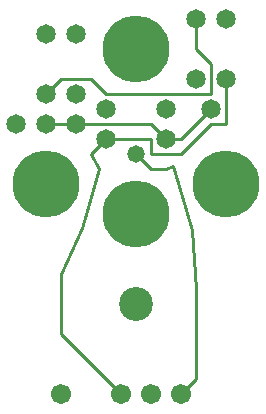
<source format=gbl>
%MOIN*%
%FSLAX25Y25*%
G04 D10 used for Character Trace; *
G04     Circle (OD=.01000) (No hole)*
G04 D11 used for Power Trace; *
G04     Circle (OD=.06700) (No hole)*
G04 D12 used for Signal Trace; *
G04     Circle (OD=.01100) (No hole)*
G04 D13 used for Via; *
G04     Circle (OD=.05800) (Round. Hole ID=.02800)*
G04 D14 used for Component hole; *
G04     Circle (OD=.06500) (Round. Hole ID=.03500)*
G04 D15 used for Component hole; *
G04     Circle (OD=.06700) (Round. Hole ID=.04300)*
G04 D16 used for Component hole; *
G04     Circle (OD=.08100) (Round. Hole ID=.05100)*
G04 D17 used for Component hole; *
G04     Circle (OD=.08900) (Round. Hole ID=.05900)*
G04 D18 used for Component hole; *
G04     Circle (OD=.11300) (Round. Hole ID=.08300)*
G04 D19 used for Component hole; *
G04     Circle (OD=.16000) (Round. Hole ID=.13000)*
G04 D20 used for Component hole; *
G04     Circle (OD=.18300) (Round. Hole ID=.15300)*
G04 D21 used for Component hole; *
G04     Circle (OD=.22291) (Round. Hole ID=.19291)*
%ADD10C,.01000*%
%ADD11C,.06700*%
%ADD12C,.01100*%
%ADD13C,.05800*%
%ADD14C,.06500*%
%ADD15C,.06700*%
%ADD16C,.08100*%
%ADD17C,.08900*%
%ADD18C,.11300*%
%ADD19C,.16000*%
%ADD20C,.18300*%
%ADD21C,.22291*%
%IPPOS*%
%LPD*%
G90*X0Y0D02*D15*X20000Y10000D03*D12*X40000D02*    
X20000Y30000D01*D15*X40000Y10000D03*X50000D03*D12*
X20000Y30000D02*Y50000D01*D18*X45000Y40000D03*D21*
Y70000D03*X15000Y80000D03*D12*X50000Y85000D02*    
X55000D01*X50000D02*X45000Y90000D01*D13*D03*D12*  
X50000D02*Y95000D01*Y90000D02*X60000D01*          
X70000Y100000D01*X75000D01*Y115000D01*D14*D03*D12*
X70000Y110000D02*Y120000D01*X35000Y110000D02*     
X70000D01*X35000D02*X30000Y115000D01*X20000D01*   
X15000Y110000D01*D14*D03*X25000Y100000D03*D12*    
X15000D01*D14*D03*X25000Y110000D03*D12*Y100000D02*
X50000D01*X55000Y95000D01*D14*D03*D12*X60000D01*  
X70000Y105000D01*D14*D03*X65000Y115000D03*D12*    
X70000Y120000D02*X65000Y125000D01*Y135000D01*D14* 
D03*X75000D03*D21*X45000Y125000D03*D14*           
X35000Y105000D03*X55000D03*X35000Y95000D03*D12*   
X30000Y90000D01*X35000Y95000D02*X50000D01*D21*    
X75000Y80000D03*D14*X15000Y130000D03*X25000D03*   
X5000Y100000D03*D12*X65000Y15000D02*Y45000D01*    
X60000Y10000D02*X65000Y15000D01*D15*              
X60000Y10000D03*D10*X57466Y86000D02*              
X63533Y64800D01*X55000Y85000D02*X57466Y86000D01*  
X65000Y45000D02*X63533Y64800D01*X27016Y65266D02*  
X32683Y84933D01*X20000Y50000D02*X27016Y65266D01*  
X30000Y90000D02*X32683Y84933D01*M02*              

</source>
